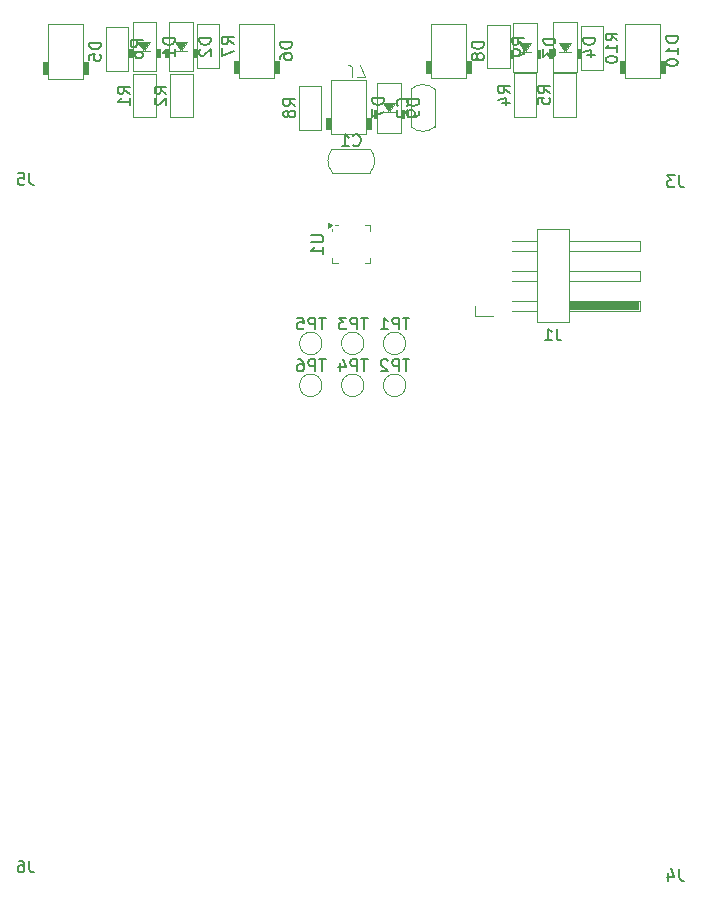
<source format=gbr>
%TF.GenerationSoftware,KiCad,Pcbnew,8.0.6-8.0.6-0~ubuntu24.04.1*%
%TF.CreationDate,2024-11-07T20:30:54+01:00*%
%TF.ProjectId,NIMH-battery-charger,4e494d48-2d62-4617-9474-6572792d6368,rev?*%
%TF.SameCoordinates,Original*%
%TF.FileFunction,Legend,Bot*%
%TF.FilePolarity,Positive*%
%FSLAX46Y46*%
G04 Gerber Fmt 4.6, Leading zero omitted, Abs format (unit mm)*
G04 Created by KiCad (PCBNEW 8.0.6-8.0.6-0~ubuntu24.04.1) date 2024-11-07 20:30:54*
%MOMM*%
%LPD*%
G01*
G04 APERTURE LIST*
%ADD10C,0.150000*%
%ADD11C,0.100000*%
%ADD12C,0.120000*%
%ADD13R,6.000000X0.760000*%
G04 APERTURE END LIST*
D10*
X121840319Y-53733333D02*
X121364128Y-53400000D01*
X121840319Y-53161905D02*
X120840319Y-53161905D01*
X120840319Y-53161905D02*
X120840319Y-53542857D01*
X120840319Y-53542857D02*
X120887938Y-53638095D01*
X120887938Y-53638095D02*
X120935557Y-53685714D01*
X120935557Y-53685714D02*
X121030795Y-53733333D01*
X121030795Y-53733333D02*
X121173652Y-53733333D01*
X121173652Y-53733333D02*
X121268890Y-53685714D01*
X121268890Y-53685714D02*
X121316509Y-53638095D01*
X121316509Y-53638095D02*
X121364128Y-53542857D01*
X121364128Y-53542857D02*
X121364128Y-53161905D01*
X120935557Y-54114286D02*
X120887938Y-54161905D01*
X120887938Y-54161905D02*
X120840319Y-54257143D01*
X120840319Y-54257143D02*
X120840319Y-54495238D01*
X120840319Y-54495238D02*
X120887938Y-54590476D01*
X120887938Y-54590476D02*
X120935557Y-54638095D01*
X120935557Y-54638095D02*
X121030795Y-54685714D01*
X121030795Y-54685714D02*
X121126033Y-54685714D01*
X121126033Y-54685714D02*
X121268890Y-54638095D01*
X121268890Y-54638095D02*
X121840319Y-54066667D01*
X121840319Y-54066667D02*
X121840319Y-54685714D01*
X118715319Y-53733333D02*
X118239128Y-53400000D01*
X118715319Y-53161905D02*
X117715319Y-53161905D01*
X117715319Y-53161905D02*
X117715319Y-53542857D01*
X117715319Y-53542857D02*
X117762938Y-53638095D01*
X117762938Y-53638095D02*
X117810557Y-53685714D01*
X117810557Y-53685714D02*
X117905795Y-53733333D01*
X117905795Y-53733333D02*
X118048652Y-53733333D01*
X118048652Y-53733333D02*
X118143890Y-53685714D01*
X118143890Y-53685714D02*
X118191509Y-53638095D01*
X118191509Y-53638095D02*
X118239128Y-53542857D01*
X118239128Y-53542857D02*
X118239128Y-53161905D01*
X118715319Y-54685714D02*
X118715319Y-54114286D01*
X118715319Y-54400000D02*
X117715319Y-54400000D01*
X117715319Y-54400000D02*
X117858176Y-54304762D01*
X117858176Y-54304762D02*
X117953414Y-54209524D01*
X117953414Y-54209524D02*
X118001033Y-54114286D01*
D11*
X137566666Y-52342580D02*
X137566666Y-51628295D01*
X137566666Y-51628295D02*
X137519047Y-51485438D01*
X137519047Y-51485438D02*
X137423809Y-51390200D01*
X137423809Y-51390200D02*
X137280952Y-51342580D01*
X137280952Y-51342580D02*
X137185714Y-51342580D01*
X137947619Y-52342580D02*
X138614285Y-52342580D01*
X138614285Y-52342580D02*
X138185714Y-51342580D01*
D10*
X140249819Y-54111905D02*
X139249819Y-54111905D01*
X139249819Y-54111905D02*
X139249819Y-54350000D01*
X139249819Y-54350000D02*
X139297438Y-54492857D01*
X139297438Y-54492857D02*
X139392676Y-54588095D01*
X139392676Y-54588095D02*
X139487914Y-54635714D01*
X139487914Y-54635714D02*
X139678390Y-54683333D01*
X139678390Y-54683333D02*
X139821247Y-54683333D01*
X139821247Y-54683333D02*
X140011723Y-54635714D01*
X140011723Y-54635714D02*
X140106961Y-54588095D01*
X140106961Y-54588095D02*
X140202200Y-54492857D01*
X140202200Y-54492857D02*
X140249819Y-54350000D01*
X140249819Y-54350000D02*
X140249819Y-54111905D01*
X139249819Y-55016667D02*
X139249819Y-55683333D01*
X139249819Y-55683333D02*
X140249819Y-55254762D01*
X138861904Y-72681819D02*
X138290476Y-72681819D01*
X138576190Y-73681819D02*
X138576190Y-72681819D01*
X137957142Y-73681819D02*
X137957142Y-72681819D01*
X137957142Y-72681819D02*
X137576190Y-72681819D01*
X137576190Y-72681819D02*
X137480952Y-72729438D01*
X137480952Y-72729438D02*
X137433333Y-72777057D01*
X137433333Y-72777057D02*
X137385714Y-72872295D01*
X137385714Y-72872295D02*
X137385714Y-73015152D01*
X137385714Y-73015152D02*
X137433333Y-73110390D01*
X137433333Y-73110390D02*
X137480952Y-73158009D01*
X137480952Y-73158009D02*
X137576190Y-73205628D01*
X137576190Y-73205628D02*
X137957142Y-73205628D01*
X137052380Y-72681819D02*
X136433333Y-72681819D01*
X136433333Y-72681819D02*
X136766666Y-73062771D01*
X136766666Y-73062771D02*
X136623809Y-73062771D01*
X136623809Y-73062771D02*
X136528571Y-73110390D01*
X136528571Y-73110390D02*
X136480952Y-73158009D01*
X136480952Y-73158009D02*
X136433333Y-73253247D01*
X136433333Y-73253247D02*
X136433333Y-73491342D01*
X136433333Y-73491342D02*
X136480952Y-73586580D01*
X136480952Y-73586580D02*
X136528571Y-73634200D01*
X136528571Y-73634200D02*
X136623809Y-73681819D01*
X136623809Y-73681819D02*
X136909523Y-73681819D01*
X136909523Y-73681819D02*
X137004761Y-73634200D01*
X137004761Y-73634200D02*
X137052380Y-73586580D01*
X132740319Y-54783333D02*
X132264128Y-54450000D01*
X132740319Y-54211905D02*
X131740319Y-54211905D01*
X131740319Y-54211905D02*
X131740319Y-54592857D01*
X131740319Y-54592857D02*
X131787938Y-54688095D01*
X131787938Y-54688095D02*
X131835557Y-54735714D01*
X131835557Y-54735714D02*
X131930795Y-54783333D01*
X131930795Y-54783333D02*
X132073652Y-54783333D01*
X132073652Y-54783333D02*
X132168890Y-54735714D01*
X132168890Y-54735714D02*
X132216509Y-54688095D01*
X132216509Y-54688095D02*
X132264128Y-54592857D01*
X132264128Y-54592857D02*
X132264128Y-54211905D01*
X132168890Y-55354762D02*
X132121271Y-55259524D01*
X132121271Y-55259524D02*
X132073652Y-55211905D01*
X132073652Y-55211905D02*
X131978414Y-55164286D01*
X131978414Y-55164286D02*
X131930795Y-55164286D01*
X131930795Y-55164286D02*
X131835557Y-55211905D01*
X131835557Y-55211905D02*
X131787938Y-55259524D01*
X131787938Y-55259524D02*
X131740319Y-55354762D01*
X131740319Y-55354762D02*
X131740319Y-55545238D01*
X131740319Y-55545238D02*
X131787938Y-55640476D01*
X131787938Y-55640476D02*
X131835557Y-55688095D01*
X131835557Y-55688095D02*
X131930795Y-55735714D01*
X131930795Y-55735714D02*
X131978414Y-55735714D01*
X131978414Y-55735714D02*
X132073652Y-55688095D01*
X132073652Y-55688095D02*
X132121271Y-55640476D01*
X132121271Y-55640476D02*
X132168890Y-55545238D01*
X132168890Y-55545238D02*
X132168890Y-55354762D01*
X132168890Y-55354762D02*
X132216509Y-55259524D01*
X132216509Y-55259524D02*
X132264128Y-55211905D01*
X132264128Y-55211905D02*
X132359366Y-55164286D01*
X132359366Y-55164286D02*
X132549842Y-55164286D01*
X132549842Y-55164286D02*
X132645080Y-55211905D01*
X132645080Y-55211905D02*
X132692700Y-55259524D01*
X132692700Y-55259524D02*
X132740319Y-55354762D01*
X132740319Y-55354762D02*
X132740319Y-55545238D01*
X132740319Y-55545238D02*
X132692700Y-55640476D01*
X132692700Y-55640476D02*
X132645080Y-55688095D01*
X132645080Y-55688095D02*
X132549842Y-55735714D01*
X132549842Y-55735714D02*
X132359366Y-55735714D01*
X132359366Y-55735714D02*
X132264128Y-55688095D01*
X132264128Y-55688095D02*
X132216509Y-55640476D01*
X132216509Y-55640476D02*
X132168890Y-55545238D01*
X154290319Y-53683333D02*
X153814128Y-53350000D01*
X154290319Y-53111905D02*
X153290319Y-53111905D01*
X153290319Y-53111905D02*
X153290319Y-53492857D01*
X153290319Y-53492857D02*
X153337938Y-53588095D01*
X153337938Y-53588095D02*
X153385557Y-53635714D01*
X153385557Y-53635714D02*
X153480795Y-53683333D01*
X153480795Y-53683333D02*
X153623652Y-53683333D01*
X153623652Y-53683333D02*
X153718890Y-53635714D01*
X153718890Y-53635714D02*
X153766509Y-53588095D01*
X153766509Y-53588095D02*
X153814128Y-53492857D01*
X153814128Y-53492857D02*
X153814128Y-53111905D01*
X153290319Y-54588095D02*
X153290319Y-54111905D01*
X153290319Y-54111905D02*
X153766509Y-54064286D01*
X153766509Y-54064286D02*
X153718890Y-54111905D01*
X153718890Y-54111905D02*
X153671271Y-54207143D01*
X153671271Y-54207143D02*
X153671271Y-54445238D01*
X153671271Y-54445238D02*
X153718890Y-54540476D01*
X153718890Y-54540476D02*
X153766509Y-54588095D01*
X153766509Y-54588095D02*
X153861747Y-54635714D01*
X153861747Y-54635714D02*
X154099842Y-54635714D01*
X154099842Y-54635714D02*
X154195080Y-54588095D01*
X154195080Y-54588095D02*
X154242700Y-54540476D01*
X154242700Y-54540476D02*
X154290319Y-54445238D01*
X154290319Y-54445238D02*
X154290319Y-54207143D01*
X154290319Y-54207143D02*
X154242700Y-54111905D01*
X154242700Y-54111905D02*
X154195080Y-54064286D01*
X137654166Y-58084580D02*
X137701785Y-58132200D01*
X137701785Y-58132200D02*
X137844642Y-58179819D01*
X137844642Y-58179819D02*
X137939880Y-58179819D01*
X137939880Y-58179819D02*
X138082737Y-58132200D01*
X138082737Y-58132200D02*
X138177975Y-58036961D01*
X138177975Y-58036961D02*
X138225594Y-57941723D01*
X138225594Y-57941723D02*
X138273213Y-57751247D01*
X138273213Y-57751247D02*
X138273213Y-57608390D01*
X138273213Y-57608390D02*
X138225594Y-57417914D01*
X138225594Y-57417914D02*
X138177975Y-57322676D01*
X138177975Y-57322676D02*
X138082737Y-57227438D01*
X138082737Y-57227438D02*
X137939880Y-57179819D01*
X137939880Y-57179819D02*
X137844642Y-57179819D01*
X137844642Y-57179819D02*
X137701785Y-57227438D01*
X137701785Y-57227438D02*
X137654166Y-57275057D01*
X136701785Y-58179819D02*
X137273213Y-58179819D01*
X136987499Y-58179819D02*
X136987499Y-57179819D01*
X136987499Y-57179819D02*
X137082737Y-57322676D01*
X137082737Y-57322676D02*
X137177975Y-57417914D01*
X137177975Y-57417914D02*
X137273213Y-57465533D01*
X119819319Y-49783333D02*
X119343128Y-49450000D01*
X119819319Y-49211905D02*
X118819319Y-49211905D01*
X118819319Y-49211905D02*
X118819319Y-49592857D01*
X118819319Y-49592857D02*
X118866938Y-49688095D01*
X118866938Y-49688095D02*
X118914557Y-49735714D01*
X118914557Y-49735714D02*
X119009795Y-49783333D01*
X119009795Y-49783333D02*
X119152652Y-49783333D01*
X119152652Y-49783333D02*
X119247890Y-49735714D01*
X119247890Y-49735714D02*
X119295509Y-49688095D01*
X119295509Y-49688095D02*
X119343128Y-49592857D01*
X119343128Y-49592857D02*
X119343128Y-49211905D01*
X118819319Y-50640476D02*
X118819319Y-50450000D01*
X118819319Y-50450000D02*
X118866938Y-50354762D01*
X118866938Y-50354762D02*
X118914557Y-50307143D01*
X118914557Y-50307143D02*
X119057414Y-50211905D01*
X119057414Y-50211905D02*
X119247890Y-50164286D01*
X119247890Y-50164286D02*
X119628842Y-50164286D01*
X119628842Y-50164286D02*
X119724080Y-50211905D01*
X119724080Y-50211905D02*
X119771700Y-50259524D01*
X119771700Y-50259524D02*
X119819319Y-50354762D01*
X119819319Y-50354762D02*
X119819319Y-50545238D01*
X119819319Y-50545238D02*
X119771700Y-50640476D01*
X119771700Y-50640476D02*
X119724080Y-50688095D01*
X119724080Y-50688095D02*
X119628842Y-50735714D01*
X119628842Y-50735714D02*
X119390747Y-50735714D01*
X119390747Y-50735714D02*
X119295509Y-50688095D01*
X119295509Y-50688095D02*
X119247890Y-50640476D01*
X119247890Y-50640476D02*
X119200271Y-50545238D01*
X119200271Y-50545238D02*
X119200271Y-50354762D01*
X119200271Y-50354762D02*
X119247890Y-50259524D01*
X119247890Y-50259524D02*
X119295509Y-50211905D01*
X119295509Y-50211905D02*
X119390747Y-50164286D01*
X122533819Y-49011905D02*
X121533819Y-49011905D01*
X121533819Y-49011905D02*
X121533819Y-49250000D01*
X121533819Y-49250000D02*
X121581438Y-49392857D01*
X121581438Y-49392857D02*
X121676676Y-49488095D01*
X121676676Y-49488095D02*
X121771914Y-49535714D01*
X121771914Y-49535714D02*
X121962390Y-49583333D01*
X121962390Y-49583333D02*
X122105247Y-49583333D01*
X122105247Y-49583333D02*
X122295723Y-49535714D01*
X122295723Y-49535714D02*
X122390961Y-49488095D01*
X122390961Y-49488095D02*
X122486200Y-49392857D01*
X122486200Y-49392857D02*
X122533819Y-49250000D01*
X122533819Y-49250000D02*
X122533819Y-49011905D01*
X122533819Y-50535714D02*
X122533819Y-49964286D01*
X122533819Y-50250000D02*
X121533819Y-50250000D01*
X121533819Y-50250000D02*
X121676676Y-50154762D01*
X121676676Y-50154762D02*
X121771914Y-50059524D01*
X121771914Y-50059524D02*
X121819533Y-49964286D01*
X154746319Y-49065405D02*
X153746319Y-49065405D01*
X153746319Y-49065405D02*
X153746319Y-49303500D01*
X153746319Y-49303500D02*
X153793938Y-49446357D01*
X153793938Y-49446357D02*
X153889176Y-49541595D01*
X153889176Y-49541595D02*
X153984414Y-49589214D01*
X153984414Y-49589214D02*
X154174890Y-49636833D01*
X154174890Y-49636833D02*
X154317747Y-49636833D01*
X154317747Y-49636833D02*
X154508223Y-49589214D01*
X154508223Y-49589214D02*
X154603461Y-49541595D01*
X154603461Y-49541595D02*
X154698700Y-49446357D01*
X154698700Y-49446357D02*
X154746319Y-49303500D01*
X154746319Y-49303500D02*
X154746319Y-49065405D01*
X153746319Y-49970167D02*
X153746319Y-50589214D01*
X153746319Y-50589214D02*
X154127271Y-50255881D01*
X154127271Y-50255881D02*
X154127271Y-50398738D01*
X154127271Y-50398738D02*
X154174890Y-50493976D01*
X154174890Y-50493976D02*
X154222509Y-50541595D01*
X154222509Y-50541595D02*
X154317747Y-50589214D01*
X154317747Y-50589214D02*
X154555842Y-50589214D01*
X154555842Y-50589214D02*
X154651080Y-50541595D01*
X154651080Y-50541595D02*
X154698700Y-50493976D01*
X154698700Y-50493976D02*
X154746319Y-50398738D01*
X154746319Y-50398738D02*
X154746319Y-50113024D01*
X154746319Y-50113024D02*
X154698700Y-50017786D01*
X154698700Y-50017786D02*
X154651080Y-49970167D01*
X165233333Y-60654819D02*
X165233333Y-61369104D01*
X165233333Y-61369104D02*
X165280952Y-61511961D01*
X165280952Y-61511961D02*
X165376190Y-61607200D01*
X165376190Y-61607200D02*
X165519047Y-61654819D01*
X165519047Y-61654819D02*
X165614285Y-61654819D01*
X164852380Y-60654819D02*
X164233333Y-60654819D01*
X164233333Y-60654819D02*
X164566666Y-61035771D01*
X164566666Y-61035771D02*
X164423809Y-61035771D01*
X164423809Y-61035771D02*
X164328571Y-61083390D01*
X164328571Y-61083390D02*
X164280952Y-61131009D01*
X164280952Y-61131009D02*
X164233333Y-61226247D01*
X164233333Y-61226247D02*
X164233333Y-61464342D01*
X164233333Y-61464342D02*
X164280952Y-61559580D01*
X164280952Y-61559580D02*
X164328571Y-61607200D01*
X164328571Y-61607200D02*
X164423809Y-61654819D01*
X164423809Y-61654819D02*
X164709523Y-61654819D01*
X164709523Y-61654819D02*
X164804761Y-61607200D01*
X164804761Y-61607200D02*
X164852380Y-61559580D01*
X132449819Y-49361905D02*
X131449819Y-49361905D01*
X131449819Y-49361905D02*
X131449819Y-49600000D01*
X131449819Y-49600000D02*
X131497438Y-49742857D01*
X131497438Y-49742857D02*
X131592676Y-49838095D01*
X131592676Y-49838095D02*
X131687914Y-49885714D01*
X131687914Y-49885714D02*
X131878390Y-49933333D01*
X131878390Y-49933333D02*
X132021247Y-49933333D01*
X132021247Y-49933333D02*
X132211723Y-49885714D01*
X132211723Y-49885714D02*
X132306961Y-49838095D01*
X132306961Y-49838095D02*
X132402200Y-49742857D01*
X132402200Y-49742857D02*
X132449819Y-49600000D01*
X132449819Y-49600000D02*
X132449819Y-49361905D01*
X131449819Y-50790476D02*
X131449819Y-50600000D01*
X131449819Y-50600000D02*
X131497438Y-50504762D01*
X131497438Y-50504762D02*
X131545057Y-50457143D01*
X131545057Y-50457143D02*
X131687914Y-50361905D01*
X131687914Y-50361905D02*
X131878390Y-50314286D01*
X131878390Y-50314286D02*
X132259342Y-50314286D01*
X132259342Y-50314286D02*
X132354580Y-50361905D01*
X132354580Y-50361905D02*
X132402200Y-50409524D01*
X132402200Y-50409524D02*
X132449819Y-50504762D01*
X132449819Y-50504762D02*
X132449819Y-50695238D01*
X132449819Y-50695238D02*
X132402200Y-50790476D01*
X132402200Y-50790476D02*
X132354580Y-50838095D01*
X132354580Y-50838095D02*
X132259342Y-50885714D01*
X132259342Y-50885714D02*
X132021247Y-50885714D01*
X132021247Y-50885714D02*
X131926009Y-50838095D01*
X131926009Y-50838095D02*
X131878390Y-50790476D01*
X131878390Y-50790476D02*
X131830771Y-50695238D01*
X131830771Y-50695238D02*
X131830771Y-50504762D01*
X131830771Y-50504762D02*
X131878390Y-50409524D01*
X131878390Y-50409524D02*
X131926009Y-50361905D01*
X131926009Y-50361905D02*
X132021247Y-50314286D01*
X110233333Y-60454819D02*
X110233333Y-61169104D01*
X110233333Y-61169104D02*
X110280952Y-61311961D01*
X110280952Y-61311961D02*
X110376190Y-61407200D01*
X110376190Y-61407200D02*
X110519047Y-61454819D01*
X110519047Y-61454819D02*
X110614285Y-61454819D01*
X109280952Y-60454819D02*
X109757142Y-60454819D01*
X109757142Y-60454819D02*
X109804761Y-60931009D01*
X109804761Y-60931009D02*
X109757142Y-60883390D01*
X109757142Y-60883390D02*
X109661904Y-60835771D01*
X109661904Y-60835771D02*
X109423809Y-60835771D01*
X109423809Y-60835771D02*
X109328571Y-60883390D01*
X109328571Y-60883390D02*
X109280952Y-60931009D01*
X109280952Y-60931009D02*
X109233333Y-61026247D01*
X109233333Y-61026247D02*
X109233333Y-61264342D01*
X109233333Y-61264342D02*
X109280952Y-61359580D01*
X109280952Y-61359580D02*
X109328571Y-61407200D01*
X109328571Y-61407200D02*
X109423809Y-61454819D01*
X109423809Y-61454819D02*
X109661904Y-61454819D01*
X109661904Y-61454819D02*
X109757142Y-61407200D01*
X109757142Y-61407200D02*
X109804761Y-61359580D01*
X150915319Y-53683333D02*
X150439128Y-53350000D01*
X150915319Y-53111905D02*
X149915319Y-53111905D01*
X149915319Y-53111905D02*
X149915319Y-53492857D01*
X149915319Y-53492857D02*
X149962938Y-53588095D01*
X149962938Y-53588095D02*
X150010557Y-53635714D01*
X150010557Y-53635714D02*
X150105795Y-53683333D01*
X150105795Y-53683333D02*
X150248652Y-53683333D01*
X150248652Y-53683333D02*
X150343890Y-53635714D01*
X150343890Y-53635714D02*
X150391509Y-53588095D01*
X150391509Y-53588095D02*
X150439128Y-53492857D01*
X150439128Y-53492857D02*
X150439128Y-53111905D01*
X150248652Y-54540476D02*
X150915319Y-54540476D01*
X149867700Y-54302381D02*
X150581985Y-54064286D01*
X150581985Y-54064286D02*
X150581985Y-54683333D01*
X142229580Y-54770833D02*
X142277200Y-54723214D01*
X142277200Y-54723214D02*
X142324819Y-54580357D01*
X142324819Y-54580357D02*
X142324819Y-54485119D01*
X142324819Y-54485119D02*
X142277200Y-54342262D01*
X142277200Y-54342262D02*
X142181961Y-54247024D01*
X142181961Y-54247024D02*
X142086723Y-54199405D01*
X142086723Y-54199405D02*
X141896247Y-54151786D01*
X141896247Y-54151786D02*
X141753390Y-54151786D01*
X141753390Y-54151786D02*
X141562914Y-54199405D01*
X141562914Y-54199405D02*
X141467676Y-54247024D01*
X141467676Y-54247024D02*
X141372438Y-54342262D01*
X141372438Y-54342262D02*
X141324819Y-54485119D01*
X141324819Y-54485119D02*
X141324819Y-54580357D01*
X141324819Y-54580357D02*
X141372438Y-54723214D01*
X141372438Y-54723214D02*
X141420057Y-54770833D01*
X141420057Y-55151786D02*
X141372438Y-55199405D01*
X141372438Y-55199405D02*
X141324819Y-55294643D01*
X141324819Y-55294643D02*
X141324819Y-55532738D01*
X141324819Y-55532738D02*
X141372438Y-55627976D01*
X141372438Y-55627976D02*
X141420057Y-55675595D01*
X141420057Y-55675595D02*
X141515295Y-55723214D01*
X141515295Y-55723214D02*
X141610533Y-55723214D01*
X141610533Y-55723214D02*
X141753390Y-55675595D01*
X141753390Y-55675595D02*
X142324819Y-55104167D01*
X142324819Y-55104167D02*
X142324819Y-55723214D01*
X165233333Y-119354819D02*
X165233333Y-120069104D01*
X165233333Y-120069104D02*
X165280952Y-120211961D01*
X165280952Y-120211961D02*
X165376190Y-120307200D01*
X165376190Y-120307200D02*
X165519047Y-120354819D01*
X165519047Y-120354819D02*
X165614285Y-120354819D01*
X164328571Y-119688152D02*
X164328571Y-120354819D01*
X164566666Y-119307200D02*
X164804761Y-120021485D01*
X164804761Y-120021485D02*
X164185714Y-120021485D01*
X116299819Y-49411905D02*
X115299819Y-49411905D01*
X115299819Y-49411905D02*
X115299819Y-49650000D01*
X115299819Y-49650000D02*
X115347438Y-49792857D01*
X115347438Y-49792857D02*
X115442676Y-49888095D01*
X115442676Y-49888095D02*
X115537914Y-49935714D01*
X115537914Y-49935714D02*
X115728390Y-49983333D01*
X115728390Y-49983333D02*
X115871247Y-49983333D01*
X115871247Y-49983333D02*
X116061723Y-49935714D01*
X116061723Y-49935714D02*
X116156961Y-49888095D01*
X116156961Y-49888095D02*
X116252200Y-49792857D01*
X116252200Y-49792857D02*
X116299819Y-49650000D01*
X116299819Y-49650000D02*
X116299819Y-49411905D01*
X115299819Y-50888095D02*
X115299819Y-50411905D01*
X115299819Y-50411905D02*
X115776009Y-50364286D01*
X115776009Y-50364286D02*
X115728390Y-50411905D01*
X115728390Y-50411905D02*
X115680771Y-50507143D01*
X115680771Y-50507143D02*
X115680771Y-50745238D01*
X115680771Y-50745238D02*
X115728390Y-50840476D01*
X115728390Y-50840476D02*
X115776009Y-50888095D01*
X115776009Y-50888095D02*
X115871247Y-50935714D01*
X115871247Y-50935714D02*
X116109342Y-50935714D01*
X116109342Y-50935714D02*
X116204580Y-50888095D01*
X116204580Y-50888095D02*
X116252200Y-50840476D01*
X116252200Y-50840476D02*
X116299819Y-50745238D01*
X116299819Y-50745238D02*
X116299819Y-50507143D01*
X116299819Y-50507143D02*
X116252200Y-50411905D01*
X116252200Y-50411905D02*
X116204580Y-50364286D01*
X143233819Y-54186905D02*
X142233819Y-54186905D01*
X142233819Y-54186905D02*
X142233819Y-54425000D01*
X142233819Y-54425000D02*
X142281438Y-54567857D01*
X142281438Y-54567857D02*
X142376676Y-54663095D01*
X142376676Y-54663095D02*
X142471914Y-54710714D01*
X142471914Y-54710714D02*
X142662390Y-54758333D01*
X142662390Y-54758333D02*
X142805247Y-54758333D01*
X142805247Y-54758333D02*
X142995723Y-54710714D01*
X142995723Y-54710714D02*
X143090961Y-54663095D01*
X143090961Y-54663095D02*
X143186200Y-54567857D01*
X143186200Y-54567857D02*
X143233819Y-54425000D01*
X143233819Y-54425000D02*
X143233819Y-54186905D01*
X143233819Y-55234524D02*
X143233819Y-55425000D01*
X143233819Y-55425000D02*
X143186200Y-55520238D01*
X143186200Y-55520238D02*
X143138580Y-55567857D01*
X143138580Y-55567857D02*
X142995723Y-55663095D01*
X142995723Y-55663095D02*
X142805247Y-55710714D01*
X142805247Y-55710714D02*
X142424295Y-55710714D01*
X142424295Y-55710714D02*
X142329057Y-55663095D01*
X142329057Y-55663095D02*
X142281438Y-55615476D01*
X142281438Y-55615476D02*
X142233819Y-55520238D01*
X142233819Y-55520238D02*
X142233819Y-55329762D01*
X142233819Y-55329762D02*
X142281438Y-55234524D01*
X142281438Y-55234524D02*
X142329057Y-55186905D01*
X142329057Y-55186905D02*
X142424295Y-55139286D01*
X142424295Y-55139286D02*
X142662390Y-55139286D01*
X142662390Y-55139286D02*
X142757628Y-55186905D01*
X142757628Y-55186905D02*
X142805247Y-55234524D01*
X142805247Y-55234524D02*
X142852866Y-55329762D01*
X142852866Y-55329762D02*
X142852866Y-55520238D01*
X142852866Y-55520238D02*
X142805247Y-55615476D01*
X142805247Y-55615476D02*
X142757628Y-55663095D01*
X142757628Y-55663095D02*
X142662390Y-55710714D01*
X148699819Y-49361905D02*
X147699819Y-49361905D01*
X147699819Y-49361905D02*
X147699819Y-49600000D01*
X147699819Y-49600000D02*
X147747438Y-49742857D01*
X147747438Y-49742857D02*
X147842676Y-49838095D01*
X147842676Y-49838095D02*
X147937914Y-49885714D01*
X147937914Y-49885714D02*
X148128390Y-49933333D01*
X148128390Y-49933333D02*
X148271247Y-49933333D01*
X148271247Y-49933333D02*
X148461723Y-49885714D01*
X148461723Y-49885714D02*
X148556961Y-49838095D01*
X148556961Y-49838095D02*
X148652200Y-49742857D01*
X148652200Y-49742857D02*
X148699819Y-49600000D01*
X148699819Y-49600000D02*
X148699819Y-49361905D01*
X148128390Y-50504762D02*
X148080771Y-50409524D01*
X148080771Y-50409524D02*
X148033152Y-50361905D01*
X148033152Y-50361905D02*
X147937914Y-50314286D01*
X147937914Y-50314286D02*
X147890295Y-50314286D01*
X147890295Y-50314286D02*
X147795057Y-50361905D01*
X147795057Y-50361905D02*
X147747438Y-50409524D01*
X147747438Y-50409524D02*
X147699819Y-50504762D01*
X147699819Y-50504762D02*
X147699819Y-50695238D01*
X147699819Y-50695238D02*
X147747438Y-50790476D01*
X147747438Y-50790476D02*
X147795057Y-50838095D01*
X147795057Y-50838095D02*
X147890295Y-50885714D01*
X147890295Y-50885714D02*
X147937914Y-50885714D01*
X147937914Y-50885714D02*
X148033152Y-50838095D01*
X148033152Y-50838095D02*
X148080771Y-50790476D01*
X148080771Y-50790476D02*
X148128390Y-50695238D01*
X148128390Y-50695238D02*
X148128390Y-50504762D01*
X148128390Y-50504762D02*
X148176009Y-50409524D01*
X148176009Y-50409524D02*
X148223628Y-50361905D01*
X148223628Y-50361905D02*
X148318866Y-50314286D01*
X148318866Y-50314286D02*
X148509342Y-50314286D01*
X148509342Y-50314286D02*
X148604580Y-50361905D01*
X148604580Y-50361905D02*
X148652200Y-50409524D01*
X148652200Y-50409524D02*
X148699819Y-50504762D01*
X148699819Y-50504762D02*
X148699819Y-50695238D01*
X148699819Y-50695238D02*
X148652200Y-50790476D01*
X148652200Y-50790476D02*
X148604580Y-50838095D01*
X148604580Y-50838095D02*
X148509342Y-50885714D01*
X148509342Y-50885714D02*
X148318866Y-50885714D01*
X148318866Y-50885714D02*
X148223628Y-50838095D01*
X148223628Y-50838095D02*
X148176009Y-50790476D01*
X148176009Y-50790476D02*
X148128390Y-50695238D01*
X138861904Y-76231819D02*
X138290476Y-76231819D01*
X138576190Y-77231819D02*
X138576190Y-76231819D01*
X137957142Y-77231819D02*
X137957142Y-76231819D01*
X137957142Y-76231819D02*
X137576190Y-76231819D01*
X137576190Y-76231819D02*
X137480952Y-76279438D01*
X137480952Y-76279438D02*
X137433333Y-76327057D01*
X137433333Y-76327057D02*
X137385714Y-76422295D01*
X137385714Y-76422295D02*
X137385714Y-76565152D01*
X137385714Y-76565152D02*
X137433333Y-76660390D01*
X137433333Y-76660390D02*
X137480952Y-76708009D01*
X137480952Y-76708009D02*
X137576190Y-76755628D01*
X137576190Y-76755628D02*
X137957142Y-76755628D01*
X136528571Y-76565152D02*
X136528571Y-77231819D01*
X136766666Y-76184200D02*
X137004761Y-76898485D01*
X137004761Y-76898485D02*
X136385714Y-76898485D01*
X134114819Y-65728095D02*
X134924342Y-65728095D01*
X134924342Y-65728095D02*
X135019580Y-65775714D01*
X135019580Y-65775714D02*
X135067200Y-65823333D01*
X135067200Y-65823333D02*
X135114819Y-65918571D01*
X135114819Y-65918571D02*
X135114819Y-66109047D01*
X135114819Y-66109047D02*
X135067200Y-66204285D01*
X135067200Y-66204285D02*
X135019580Y-66251904D01*
X135019580Y-66251904D02*
X134924342Y-66299523D01*
X134924342Y-66299523D02*
X134114819Y-66299523D01*
X135114819Y-67299523D02*
X135114819Y-66728095D01*
X135114819Y-67013809D02*
X134114819Y-67013809D01*
X134114819Y-67013809D02*
X134257676Y-66918571D01*
X134257676Y-66918571D02*
X134352914Y-66823333D01*
X134352914Y-66823333D02*
X134400533Y-66728095D01*
X135311904Y-76231819D02*
X134740476Y-76231819D01*
X135026190Y-77231819D02*
X135026190Y-76231819D01*
X134407142Y-77231819D02*
X134407142Y-76231819D01*
X134407142Y-76231819D02*
X134026190Y-76231819D01*
X134026190Y-76231819D02*
X133930952Y-76279438D01*
X133930952Y-76279438D02*
X133883333Y-76327057D01*
X133883333Y-76327057D02*
X133835714Y-76422295D01*
X133835714Y-76422295D02*
X133835714Y-76565152D01*
X133835714Y-76565152D02*
X133883333Y-76660390D01*
X133883333Y-76660390D02*
X133930952Y-76708009D01*
X133930952Y-76708009D02*
X134026190Y-76755628D01*
X134026190Y-76755628D02*
X134407142Y-76755628D01*
X132978571Y-76231819D02*
X133169047Y-76231819D01*
X133169047Y-76231819D02*
X133264285Y-76279438D01*
X133264285Y-76279438D02*
X133311904Y-76327057D01*
X133311904Y-76327057D02*
X133407142Y-76469914D01*
X133407142Y-76469914D02*
X133454761Y-76660390D01*
X133454761Y-76660390D02*
X133454761Y-77041342D01*
X133454761Y-77041342D02*
X133407142Y-77136580D01*
X133407142Y-77136580D02*
X133359523Y-77184200D01*
X133359523Y-77184200D02*
X133264285Y-77231819D01*
X133264285Y-77231819D02*
X133073809Y-77231819D01*
X133073809Y-77231819D02*
X132978571Y-77184200D01*
X132978571Y-77184200D02*
X132930952Y-77136580D01*
X132930952Y-77136580D02*
X132883333Y-77041342D01*
X132883333Y-77041342D02*
X132883333Y-76803247D01*
X132883333Y-76803247D02*
X132930952Y-76708009D01*
X132930952Y-76708009D02*
X132978571Y-76660390D01*
X132978571Y-76660390D02*
X133073809Y-76612771D01*
X133073809Y-76612771D02*
X133264285Y-76612771D01*
X133264285Y-76612771D02*
X133359523Y-76660390D01*
X133359523Y-76660390D02*
X133407142Y-76708009D01*
X133407142Y-76708009D02*
X133454761Y-76803247D01*
X125608819Y-49011905D02*
X124608819Y-49011905D01*
X124608819Y-49011905D02*
X124608819Y-49250000D01*
X124608819Y-49250000D02*
X124656438Y-49392857D01*
X124656438Y-49392857D02*
X124751676Y-49488095D01*
X124751676Y-49488095D02*
X124846914Y-49535714D01*
X124846914Y-49535714D02*
X125037390Y-49583333D01*
X125037390Y-49583333D02*
X125180247Y-49583333D01*
X125180247Y-49583333D02*
X125370723Y-49535714D01*
X125370723Y-49535714D02*
X125465961Y-49488095D01*
X125465961Y-49488095D02*
X125561200Y-49392857D01*
X125561200Y-49392857D02*
X125608819Y-49250000D01*
X125608819Y-49250000D02*
X125608819Y-49011905D01*
X124704057Y-49964286D02*
X124656438Y-50011905D01*
X124656438Y-50011905D02*
X124608819Y-50107143D01*
X124608819Y-50107143D02*
X124608819Y-50345238D01*
X124608819Y-50345238D02*
X124656438Y-50440476D01*
X124656438Y-50440476D02*
X124704057Y-50488095D01*
X124704057Y-50488095D02*
X124799295Y-50535714D01*
X124799295Y-50535714D02*
X124894533Y-50535714D01*
X124894533Y-50535714D02*
X125037390Y-50488095D01*
X125037390Y-50488095D02*
X125608819Y-49916667D01*
X125608819Y-49916667D02*
X125608819Y-50535714D01*
X110233333Y-118654819D02*
X110233333Y-119369104D01*
X110233333Y-119369104D02*
X110280952Y-119511961D01*
X110280952Y-119511961D02*
X110376190Y-119607200D01*
X110376190Y-119607200D02*
X110519047Y-119654819D01*
X110519047Y-119654819D02*
X110614285Y-119654819D01*
X109328571Y-118654819D02*
X109519047Y-118654819D01*
X109519047Y-118654819D02*
X109614285Y-118702438D01*
X109614285Y-118702438D02*
X109661904Y-118750057D01*
X109661904Y-118750057D02*
X109757142Y-118892914D01*
X109757142Y-118892914D02*
X109804761Y-119083390D01*
X109804761Y-119083390D02*
X109804761Y-119464342D01*
X109804761Y-119464342D02*
X109757142Y-119559580D01*
X109757142Y-119559580D02*
X109709523Y-119607200D01*
X109709523Y-119607200D02*
X109614285Y-119654819D01*
X109614285Y-119654819D02*
X109423809Y-119654819D01*
X109423809Y-119654819D02*
X109328571Y-119607200D01*
X109328571Y-119607200D02*
X109280952Y-119559580D01*
X109280952Y-119559580D02*
X109233333Y-119464342D01*
X109233333Y-119464342D02*
X109233333Y-119226247D01*
X109233333Y-119226247D02*
X109280952Y-119131009D01*
X109280952Y-119131009D02*
X109328571Y-119083390D01*
X109328571Y-119083390D02*
X109423809Y-119035771D01*
X109423809Y-119035771D02*
X109614285Y-119035771D01*
X109614285Y-119035771D02*
X109709523Y-119083390D01*
X109709523Y-119083390D02*
X109757142Y-119131009D01*
X109757142Y-119131009D02*
X109804761Y-119226247D01*
X152119319Y-49583333D02*
X151643128Y-49250000D01*
X152119319Y-49011905D02*
X151119319Y-49011905D01*
X151119319Y-49011905D02*
X151119319Y-49392857D01*
X151119319Y-49392857D02*
X151166938Y-49488095D01*
X151166938Y-49488095D02*
X151214557Y-49535714D01*
X151214557Y-49535714D02*
X151309795Y-49583333D01*
X151309795Y-49583333D02*
X151452652Y-49583333D01*
X151452652Y-49583333D02*
X151547890Y-49535714D01*
X151547890Y-49535714D02*
X151595509Y-49488095D01*
X151595509Y-49488095D02*
X151643128Y-49392857D01*
X151643128Y-49392857D02*
X151643128Y-49011905D01*
X152119319Y-50059524D02*
X152119319Y-50250000D01*
X152119319Y-50250000D02*
X152071700Y-50345238D01*
X152071700Y-50345238D02*
X152024080Y-50392857D01*
X152024080Y-50392857D02*
X151881223Y-50488095D01*
X151881223Y-50488095D02*
X151690747Y-50535714D01*
X151690747Y-50535714D02*
X151309795Y-50535714D01*
X151309795Y-50535714D02*
X151214557Y-50488095D01*
X151214557Y-50488095D02*
X151166938Y-50440476D01*
X151166938Y-50440476D02*
X151119319Y-50345238D01*
X151119319Y-50345238D02*
X151119319Y-50154762D01*
X151119319Y-50154762D02*
X151166938Y-50059524D01*
X151166938Y-50059524D02*
X151214557Y-50011905D01*
X151214557Y-50011905D02*
X151309795Y-49964286D01*
X151309795Y-49964286D02*
X151547890Y-49964286D01*
X151547890Y-49964286D02*
X151643128Y-50011905D01*
X151643128Y-50011905D02*
X151690747Y-50059524D01*
X151690747Y-50059524D02*
X151738366Y-50154762D01*
X151738366Y-50154762D02*
X151738366Y-50345238D01*
X151738366Y-50345238D02*
X151690747Y-50440476D01*
X151690747Y-50440476D02*
X151643128Y-50488095D01*
X151643128Y-50488095D02*
X151547890Y-50535714D01*
X165149819Y-48885714D02*
X164149819Y-48885714D01*
X164149819Y-48885714D02*
X164149819Y-49123809D01*
X164149819Y-49123809D02*
X164197438Y-49266666D01*
X164197438Y-49266666D02*
X164292676Y-49361904D01*
X164292676Y-49361904D02*
X164387914Y-49409523D01*
X164387914Y-49409523D02*
X164578390Y-49457142D01*
X164578390Y-49457142D02*
X164721247Y-49457142D01*
X164721247Y-49457142D02*
X164911723Y-49409523D01*
X164911723Y-49409523D02*
X165006961Y-49361904D01*
X165006961Y-49361904D02*
X165102200Y-49266666D01*
X165102200Y-49266666D02*
X165149819Y-49123809D01*
X165149819Y-49123809D02*
X165149819Y-48885714D01*
X165149819Y-50409523D02*
X165149819Y-49838095D01*
X165149819Y-50123809D02*
X164149819Y-50123809D01*
X164149819Y-50123809D02*
X164292676Y-50028571D01*
X164292676Y-50028571D02*
X164387914Y-49933333D01*
X164387914Y-49933333D02*
X164435533Y-49838095D01*
X164149819Y-51028571D02*
X164149819Y-51123809D01*
X164149819Y-51123809D02*
X164197438Y-51219047D01*
X164197438Y-51219047D02*
X164245057Y-51266666D01*
X164245057Y-51266666D02*
X164340295Y-51314285D01*
X164340295Y-51314285D02*
X164530771Y-51361904D01*
X164530771Y-51361904D02*
X164768866Y-51361904D01*
X164768866Y-51361904D02*
X164959342Y-51314285D01*
X164959342Y-51314285D02*
X165054580Y-51266666D01*
X165054580Y-51266666D02*
X165102200Y-51219047D01*
X165102200Y-51219047D02*
X165149819Y-51123809D01*
X165149819Y-51123809D02*
X165149819Y-51028571D01*
X165149819Y-51028571D02*
X165102200Y-50933333D01*
X165102200Y-50933333D02*
X165054580Y-50885714D01*
X165054580Y-50885714D02*
X164959342Y-50838095D01*
X164959342Y-50838095D02*
X164768866Y-50790476D01*
X164768866Y-50790476D02*
X164530771Y-50790476D01*
X164530771Y-50790476D02*
X164340295Y-50838095D01*
X164340295Y-50838095D02*
X164245057Y-50885714D01*
X164245057Y-50885714D02*
X164197438Y-50933333D01*
X164197438Y-50933333D02*
X164149819Y-51028571D01*
X158121319Y-49040405D02*
X157121319Y-49040405D01*
X157121319Y-49040405D02*
X157121319Y-49278500D01*
X157121319Y-49278500D02*
X157168938Y-49421357D01*
X157168938Y-49421357D02*
X157264176Y-49516595D01*
X157264176Y-49516595D02*
X157359414Y-49564214D01*
X157359414Y-49564214D02*
X157549890Y-49611833D01*
X157549890Y-49611833D02*
X157692747Y-49611833D01*
X157692747Y-49611833D02*
X157883223Y-49564214D01*
X157883223Y-49564214D02*
X157978461Y-49516595D01*
X157978461Y-49516595D02*
X158073700Y-49421357D01*
X158073700Y-49421357D02*
X158121319Y-49278500D01*
X158121319Y-49278500D02*
X158121319Y-49040405D01*
X157454652Y-50468976D02*
X158121319Y-50468976D01*
X157073700Y-50230881D02*
X157787985Y-49992786D01*
X157787985Y-49992786D02*
X157787985Y-50611833D01*
X142411904Y-72681819D02*
X141840476Y-72681819D01*
X142126190Y-73681819D02*
X142126190Y-72681819D01*
X141507142Y-73681819D02*
X141507142Y-72681819D01*
X141507142Y-72681819D02*
X141126190Y-72681819D01*
X141126190Y-72681819D02*
X141030952Y-72729438D01*
X141030952Y-72729438D02*
X140983333Y-72777057D01*
X140983333Y-72777057D02*
X140935714Y-72872295D01*
X140935714Y-72872295D02*
X140935714Y-73015152D01*
X140935714Y-73015152D02*
X140983333Y-73110390D01*
X140983333Y-73110390D02*
X141030952Y-73158009D01*
X141030952Y-73158009D02*
X141126190Y-73205628D01*
X141126190Y-73205628D02*
X141507142Y-73205628D01*
X139983333Y-73681819D02*
X140554761Y-73681819D01*
X140269047Y-73681819D02*
X140269047Y-72681819D01*
X140269047Y-72681819D02*
X140364285Y-72824676D01*
X140364285Y-72824676D02*
X140459523Y-72919914D01*
X140459523Y-72919914D02*
X140554761Y-72967533D01*
X135311904Y-72681819D02*
X134740476Y-72681819D01*
X135026190Y-73681819D02*
X135026190Y-72681819D01*
X134407142Y-73681819D02*
X134407142Y-72681819D01*
X134407142Y-72681819D02*
X134026190Y-72681819D01*
X134026190Y-72681819D02*
X133930952Y-72729438D01*
X133930952Y-72729438D02*
X133883333Y-72777057D01*
X133883333Y-72777057D02*
X133835714Y-72872295D01*
X133835714Y-72872295D02*
X133835714Y-73015152D01*
X133835714Y-73015152D02*
X133883333Y-73110390D01*
X133883333Y-73110390D02*
X133930952Y-73158009D01*
X133930952Y-73158009D02*
X134026190Y-73205628D01*
X134026190Y-73205628D02*
X134407142Y-73205628D01*
X132930952Y-72681819D02*
X133407142Y-72681819D01*
X133407142Y-72681819D02*
X133454761Y-73158009D01*
X133454761Y-73158009D02*
X133407142Y-73110390D01*
X133407142Y-73110390D02*
X133311904Y-73062771D01*
X133311904Y-73062771D02*
X133073809Y-73062771D01*
X133073809Y-73062771D02*
X132978571Y-73110390D01*
X132978571Y-73110390D02*
X132930952Y-73158009D01*
X132930952Y-73158009D02*
X132883333Y-73253247D01*
X132883333Y-73253247D02*
X132883333Y-73491342D01*
X132883333Y-73491342D02*
X132930952Y-73586580D01*
X132930952Y-73586580D02*
X132978571Y-73634200D01*
X132978571Y-73634200D02*
X133073809Y-73681819D01*
X133073809Y-73681819D02*
X133311904Y-73681819D01*
X133311904Y-73681819D02*
X133407142Y-73634200D01*
X133407142Y-73634200D02*
X133454761Y-73586580D01*
X127519319Y-49533333D02*
X127043128Y-49200000D01*
X127519319Y-48961905D02*
X126519319Y-48961905D01*
X126519319Y-48961905D02*
X126519319Y-49342857D01*
X126519319Y-49342857D02*
X126566938Y-49438095D01*
X126566938Y-49438095D02*
X126614557Y-49485714D01*
X126614557Y-49485714D02*
X126709795Y-49533333D01*
X126709795Y-49533333D02*
X126852652Y-49533333D01*
X126852652Y-49533333D02*
X126947890Y-49485714D01*
X126947890Y-49485714D02*
X126995509Y-49438095D01*
X126995509Y-49438095D02*
X127043128Y-49342857D01*
X127043128Y-49342857D02*
X127043128Y-48961905D01*
X126519319Y-49866667D02*
X126519319Y-50533333D01*
X126519319Y-50533333D02*
X127519319Y-50104762D01*
X142411904Y-76231819D02*
X141840476Y-76231819D01*
X142126190Y-77231819D02*
X142126190Y-76231819D01*
X141507142Y-77231819D02*
X141507142Y-76231819D01*
X141507142Y-76231819D02*
X141126190Y-76231819D01*
X141126190Y-76231819D02*
X141030952Y-76279438D01*
X141030952Y-76279438D02*
X140983333Y-76327057D01*
X140983333Y-76327057D02*
X140935714Y-76422295D01*
X140935714Y-76422295D02*
X140935714Y-76565152D01*
X140935714Y-76565152D02*
X140983333Y-76660390D01*
X140983333Y-76660390D02*
X141030952Y-76708009D01*
X141030952Y-76708009D02*
X141126190Y-76755628D01*
X141126190Y-76755628D02*
X141507142Y-76755628D01*
X140554761Y-76327057D02*
X140507142Y-76279438D01*
X140507142Y-76279438D02*
X140411904Y-76231819D01*
X140411904Y-76231819D02*
X140173809Y-76231819D01*
X140173809Y-76231819D02*
X140078571Y-76279438D01*
X140078571Y-76279438D02*
X140030952Y-76327057D01*
X140030952Y-76327057D02*
X139983333Y-76422295D01*
X139983333Y-76422295D02*
X139983333Y-76517533D01*
X139983333Y-76517533D02*
X140030952Y-76660390D01*
X140030952Y-76660390D02*
X140602380Y-77231819D01*
X140602380Y-77231819D02*
X139983333Y-77231819D01*
X160019319Y-49207142D02*
X159543128Y-48873809D01*
X160019319Y-48635714D02*
X159019319Y-48635714D01*
X159019319Y-48635714D02*
X159019319Y-49016666D01*
X159019319Y-49016666D02*
X159066938Y-49111904D01*
X159066938Y-49111904D02*
X159114557Y-49159523D01*
X159114557Y-49159523D02*
X159209795Y-49207142D01*
X159209795Y-49207142D02*
X159352652Y-49207142D01*
X159352652Y-49207142D02*
X159447890Y-49159523D01*
X159447890Y-49159523D02*
X159495509Y-49111904D01*
X159495509Y-49111904D02*
X159543128Y-49016666D01*
X159543128Y-49016666D02*
X159543128Y-48635714D01*
X160019319Y-50159523D02*
X160019319Y-49588095D01*
X160019319Y-49873809D02*
X159019319Y-49873809D01*
X159019319Y-49873809D02*
X159162176Y-49778571D01*
X159162176Y-49778571D02*
X159257414Y-49683333D01*
X159257414Y-49683333D02*
X159305033Y-49588095D01*
X159019319Y-50778571D02*
X159019319Y-50873809D01*
X159019319Y-50873809D02*
X159066938Y-50969047D01*
X159066938Y-50969047D02*
X159114557Y-51016666D01*
X159114557Y-51016666D02*
X159209795Y-51064285D01*
X159209795Y-51064285D02*
X159400271Y-51111904D01*
X159400271Y-51111904D02*
X159638366Y-51111904D01*
X159638366Y-51111904D02*
X159828842Y-51064285D01*
X159828842Y-51064285D02*
X159924080Y-51016666D01*
X159924080Y-51016666D02*
X159971700Y-50969047D01*
X159971700Y-50969047D02*
X160019319Y-50873809D01*
X160019319Y-50873809D02*
X160019319Y-50778571D01*
X160019319Y-50778571D02*
X159971700Y-50683333D01*
X159971700Y-50683333D02*
X159924080Y-50635714D01*
X159924080Y-50635714D02*
X159828842Y-50588095D01*
X159828842Y-50588095D02*
X159638366Y-50540476D01*
X159638366Y-50540476D02*
X159400271Y-50540476D01*
X159400271Y-50540476D02*
X159209795Y-50588095D01*
X159209795Y-50588095D02*
X159114557Y-50635714D01*
X159114557Y-50635714D02*
X159066938Y-50683333D01*
X159066938Y-50683333D02*
X159019319Y-50778571D01*
X154878333Y-73614819D02*
X154878333Y-74329104D01*
X154878333Y-74329104D02*
X154925952Y-74471961D01*
X154925952Y-74471961D02*
X155021190Y-74567200D01*
X155021190Y-74567200D02*
X155164047Y-74614819D01*
X155164047Y-74614819D02*
X155259285Y-74614819D01*
X153878333Y-74614819D02*
X154449761Y-74614819D01*
X154164047Y-74614819D02*
X154164047Y-73614819D01*
X154164047Y-73614819D02*
X154259285Y-73757676D01*
X154259285Y-73757676D02*
X154354523Y-73852914D01*
X154354523Y-73852914D02*
X154449761Y-73900533D01*
D12*
%TO.C,R2*%
X122147500Y-52058500D02*
X122147500Y-55741500D01*
X122147500Y-55741500D02*
X124052500Y-55741500D01*
X124052500Y-52058500D02*
X122147500Y-52058500D01*
X124052500Y-55741500D02*
X124052500Y-52058500D01*
%TO.C,R1*%
X119022500Y-52058500D02*
X119022500Y-55741500D01*
X119022500Y-55741500D02*
X120927500Y-55741500D01*
X120927500Y-52058500D02*
X119022500Y-52058500D01*
X120927500Y-55741500D02*
X120927500Y-52058500D01*
%TO.C,D7*%
X135750000Y-56750000D02*
X135350000Y-56750000D01*
X135350000Y-55750000D01*
X135750000Y-55750000D01*
X135750000Y-56750000D01*
G36*
X135750000Y-56750000D02*
G01*
X135350000Y-56750000D01*
X135350000Y-55750000D01*
X135750000Y-55750000D01*
X135750000Y-56750000D01*
G37*
X138750000Y-57150000D02*
X135750000Y-57150000D01*
X135750000Y-52550000D01*
X138750000Y-52550000D01*
X138750000Y-57150000D01*
X139150000Y-56750000D02*
X138750000Y-56750000D01*
X138750000Y-55750000D01*
X139150000Y-55750000D01*
X139150000Y-56750000D01*
G36*
X139150000Y-56750000D02*
G01*
X138750000Y-56750000D01*
X138750000Y-55750000D01*
X139150000Y-55750000D01*
X139150000Y-56750000D01*
G37*
%TO.C,TP3*%
X138550000Y-74875000D02*
G75*
G02*
X136650000Y-74875000I-950000J0D01*
G01*
X136650000Y-74875000D02*
G75*
G02*
X138550000Y-74875000I950000J0D01*
G01*
%TO.C,R8*%
X133047500Y-53108500D02*
X133047500Y-56791500D01*
X133047500Y-56791500D02*
X134952500Y-56791500D01*
X134952500Y-53108500D02*
X133047500Y-53108500D01*
X134952500Y-56791500D02*
X134952500Y-53108500D01*
%TO.C,R5*%
X154597500Y-52008500D02*
X154597500Y-55691500D01*
X154597500Y-55691500D02*
X156502500Y-55691500D01*
X156502500Y-52008500D02*
X154597500Y-52008500D01*
X156502500Y-55691500D02*
X156502500Y-52008500D01*
%TO.C,C1*%
X135887500Y-60405000D02*
X139087500Y-60405000D01*
X139087500Y-58405000D02*
X135887500Y-58405000D01*
X135887500Y-60405000D02*
G75*
G02*
X135887500Y-58405000I1122254J1000000D01*
G01*
X139087500Y-58405000D02*
G75*
G02*
X139087500Y-60405000I-1122254J-1000000D01*
G01*
%TO.C,R6*%
X116697500Y-48108500D02*
X116697500Y-51791500D01*
X116697500Y-51791500D02*
X118602500Y-51791500D01*
X118602500Y-48108500D02*
X116697500Y-48108500D01*
X118602500Y-51791500D02*
X118602500Y-48108500D01*
%TO.C,D1*%
X118975000Y-47650000D02*
X118975000Y-51850000D01*
X118975000Y-51850000D02*
X120975000Y-51850000D01*
X119467000Y-50131000D02*
X120483000Y-50131000D01*
X120975000Y-47650000D02*
X118975000Y-47650000D01*
X120975000Y-51850000D02*
X120975000Y-47650000D01*
D11*
X119975000Y-50131000D02*
X119467000Y-49369000D01*
X120483000Y-49369000D01*
X119975000Y-50131000D01*
G36*
X119975000Y-50131000D02*
G01*
X119467000Y-49369000D01*
X120483000Y-49369000D01*
X119975000Y-50131000D01*
G37*
X118975000Y-50650000D02*
X118675000Y-50650000D01*
X118675000Y-49951500D01*
X118975000Y-49951500D01*
X118975000Y-50650000D01*
G36*
X118975000Y-50650000D02*
G01*
X118675000Y-50650000D01*
X118675000Y-49951500D01*
X118975000Y-49951500D01*
X118975000Y-50650000D01*
G37*
X121275000Y-50650000D02*
X120975000Y-50650000D01*
X120975000Y-49951500D01*
X121275000Y-49951500D01*
X121275000Y-50650000D01*
G36*
X121275000Y-50650000D02*
G01*
X120975000Y-50650000D01*
X120975000Y-49951500D01*
X121275000Y-49951500D01*
X121275000Y-50650000D01*
G37*
D12*
%TO.C,D3*%
X151187500Y-47703500D02*
X151187500Y-51903500D01*
X151187500Y-51903500D02*
X153187500Y-51903500D01*
X151679500Y-50184500D02*
X152695500Y-50184500D01*
X153187500Y-47703500D02*
X151187500Y-47703500D01*
X153187500Y-51903500D02*
X153187500Y-47703500D01*
D11*
X152187500Y-50184500D02*
X151679500Y-49422500D01*
X152695500Y-49422500D01*
X152187500Y-50184500D01*
G36*
X152187500Y-50184500D02*
G01*
X151679500Y-49422500D01*
X152695500Y-49422500D01*
X152187500Y-50184500D01*
G37*
X151187500Y-50703500D02*
X150887500Y-50703500D01*
X150887500Y-50005000D01*
X151187500Y-50005000D01*
X151187500Y-50703500D01*
G36*
X151187500Y-50703500D02*
G01*
X150887500Y-50703500D01*
X150887500Y-50005000D01*
X151187500Y-50005000D01*
X151187500Y-50703500D01*
G37*
X153487500Y-50703500D02*
X153187500Y-50703500D01*
X153187500Y-50005000D01*
X153487500Y-50005000D01*
X153487500Y-50703500D01*
G36*
X153487500Y-50703500D02*
G01*
X153187500Y-50703500D01*
X153187500Y-50005000D01*
X153487500Y-50005000D01*
X153487500Y-50703500D01*
G37*
%TO.C,D6*%
D12*
X127950000Y-52000000D02*
X127550000Y-52000000D01*
X127550000Y-51000000D01*
X127950000Y-51000000D01*
X127950000Y-52000000D01*
G36*
X127950000Y-52000000D02*
G01*
X127550000Y-52000000D01*
X127550000Y-51000000D01*
X127950000Y-51000000D01*
X127950000Y-52000000D01*
G37*
X130950000Y-52400000D02*
X127950000Y-52400000D01*
X127950000Y-47800000D01*
X130950000Y-47800000D01*
X130950000Y-52400000D01*
X131350000Y-52000000D02*
X130950000Y-52000000D01*
X130950000Y-51000000D01*
X131350000Y-51000000D01*
X131350000Y-52000000D01*
G36*
X131350000Y-52000000D02*
G01*
X130950000Y-52000000D01*
X130950000Y-51000000D01*
X131350000Y-51000000D01*
X131350000Y-52000000D01*
G37*
%TO.C,R4*%
X151222500Y-52008500D02*
X151222500Y-55691500D01*
X151222500Y-55691500D02*
X153127500Y-55691500D01*
X153127500Y-52008500D02*
X151222500Y-52008500D01*
X153127500Y-55691500D02*
X153127500Y-52008500D01*
%TO.C,C2*%
X142550000Y-53337500D02*
X142550000Y-56537500D01*
X144550000Y-56537500D02*
X144550000Y-53337500D01*
X142550000Y-53337500D02*
G75*
G02*
X144550000Y-53337500I1000000J-1122254D01*
G01*
X144550000Y-56537500D02*
G75*
G02*
X142550000Y-56537500I-1000000J1122254D01*
G01*
%TO.C,D5*%
X111800000Y-52050000D02*
X111400000Y-52050000D01*
X111400000Y-51050000D01*
X111800000Y-51050000D01*
X111800000Y-52050000D01*
G36*
X111800000Y-52050000D02*
G01*
X111400000Y-52050000D01*
X111400000Y-51050000D01*
X111800000Y-51050000D01*
X111800000Y-52050000D01*
G37*
X114800000Y-52450000D02*
X111800000Y-52450000D01*
X111800000Y-47850000D01*
X114800000Y-47850000D01*
X114800000Y-52450000D01*
X115200000Y-52050000D02*
X114800000Y-52050000D01*
X114800000Y-51050000D01*
X115200000Y-51050000D01*
X115200000Y-52050000D01*
G36*
X115200000Y-52050000D02*
G01*
X114800000Y-52050000D01*
X114800000Y-51050000D01*
X115200000Y-51050000D01*
X115200000Y-52050000D01*
G37*
%TO.C,D9*%
X139675000Y-52825000D02*
X139675000Y-57025000D01*
X139675000Y-57025000D02*
X141675000Y-57025000D01*
X140167000Y-55306000D02*
X141183000Y-55306000D01*
X141675000Y-52825000D02*
X139675000Y-52825000D01*
X141675000Y-57025000D02*
X141675000Y-52825000D01*
D11*
X140675000Y-55306000D02*
X140167000Y-54544000D01*
X141183000Y-54544000D01*
X140675000Y-55306000D01*
G36*
X140675000Y-55306000D02*
G01*
X140167000Y-54544000D01*
X141183000Y-54544000D01*
X140675000Y-55306000D01*
G37*
X139675000Y-55825000D02*
X139375000Y-55825000D01*
X139375000Y-55126500D01*
X139675000Y-55126500D01*
X139675000Y-55825000D01*
G36*
X139675000Y-55825000D02*
G01*
X139375000Y-55825000D01*
X139375000Y-55126500D01*
X139675000Y-55126500D01*
X139675000Y-55825000D01*
G37*
X141975000Y-55825000D02*
X141675000Y-55825000D01*
X141675000Y-55126500D01*
X141975000Y-55126500D01*
X141975000Y-55825000D01*
G36*
X141975000Y-55825000D02*
G01*
X141675000Y-55825000D01*
X141675000Y-55126500D01*
X141975000Y-55126500D01*
X141975000Y-55825000D01*
G37*
%TO.C,D8*%
D12*
X144200000Y-52000000D02*
X143800000Y-52000000D01*
X143800000Y-51000000D01*
X144200000Y-51000000D01*
X144200000Y-52000000D01*
G36*
X144200000Y-52000000D02*
G01*
X143800000Y-52000000D01*
X143800000Y-51000000D01*
X144200000Y-51000000D01*
X144200000Y-52000000D01*
G37*
X147200000Y-52400000D02*
X144200000Y-52400000D01*
X144200000Y-47800000D01*
X147200000Y-47800000D01*
X147200000Y-52400000D01*
X147600000Y-52000000D02*
X147200000Y-52000000D01*
X147200000Y-51000000D01*
X147600000Y-51000000D01*
X147600000Y-52000000D01*
G36*
X147600000Y-52000000D02*
G01*
X147200000Y-52000000D01*
X147200000Y-51000000D01*
X147600000Y-51000000D01*
X147600000Y-52000000D01*
G37*
%TO.C,TP4*%
X138550000Y-78425000D02*
G75*
G02*
X136650000Y-78425000I-950000J0D01*
G01*
X136650000Y-78425000D02*
G75*
G02*
X138550000Y-78425000I950000J0D01*
G01*
%TO.C,U1*%
X135880000Y-65180000D02*
X135880000Y-65330000D01*
X135880000Y-68100000D02*
X135880000Y-67650000D01*
X136120000Y-64880000D02*
X136330000Y-64880000D01*
X136330000Y-68100000D02*
X135880000Y-68100000D01*
X138650000Y-64880000D02*
X139100000Y-64880000D01*
X138650000Y-68100000D02*
X139100000Y-68100000D01*
X139100000Y-64880000D02*
X139100000Y-65330000D01*
X139100000Y-68100000D02*
X139100000Y-67650000D01*
X135880000Y-64880000D02*
X135550000Y-65120000D01*
X135550000Y-64640000D01*
X135880000Y-64880000D01*
G36*
X135880000Y-64880000D02*
G01*
X135550000Y-65120000D01*
X135550000Y-64640000D01*
X135880000Y-64880000D01*
G37*
%TO.C,TP6*%
X135000000Y-78425000D02*
G75*
G02*
X133100000Y-78425000I-950000J0D01*
G01*
X133100000Y-78425000D02*
G75*
G02*
X135000000Y-78425000I950000J0D01*
G01*
%TO.C,D2*%
X122050000Y-47650000D02*
X122050000Y-51850000D01*
X122050000Y-51850000D02*
X124050000Y-51850000D01*
X122542000Y-50131000D02*
X123558000Y-50131000D01*
X124050000Y-47650000D02*
X122050000Y-47650000D01*
X124050000Y-51850000D02*
X124050000Y-47650000D01*
D11*
X123050000Y-50131000D02*
X122542000Y-49369000D01*
X123558000Y-49369000D01*
X123050000Y-50131000D01*
G36*
X123050000Y-50131000D02*
G01*
X122542000Y-49369000D01*
X123558000Y-49369000D01*
X123050000Y-50131000D01*
G37*
X122050000Y-50650000D02*
X121750000Y-50650000D01*
X121750000Y-49951500D01*
X122050000Y-49951500D01*
X122050000Y-50650000D01*
G36*
X122050000Y-50650000D02*
G01*
X121750000Y-50650000D01*
X121750000Y-49951500D01*
X122050000Y-49951500D01*
X122050000Y-50650000D01*
G37*
X124350000Y-50650000D02*
X124050000Y-50650000D01*
X124050000Y-49951500D01*
X124350000Y-49951500D01*
X124350000Y-50650000D01*
G36*
X124350000Y-50650000D02*
G01*
X124050000Y-50650000D01*
X124050000Y-49951500D01*
X124350000Y-49951500D01*
X124350000Y-50650000D01*
G37*
D12*
%TO.C,R9*%
X148997500Y-47908500D02*
X148997500Y-51591500D01*
X148997500Y-51591500D02*
X150902500Y-51591500D01*
X150902500Y-47908500D02*
X148997500Y-47908500D01*
X150902500Y-51591500D02*
X150902500Y-47908500D01*
%TO.C,D10*%
X160650000Y-52000000D02*
X160250000Y-52000000D01*
X160250000Y-51000000D01*
X160650000Y-51000000D01*
X160650000Y-52000000D01*
G36*
X160650000Y-52000000D02*
G01*
X160250000Y-52000000D01*
X160250000Y-51000000D01*
X160650000Y-51000000D01*
X160650000Y-52000000D01*
G37*
X163650000Y-52400000D02*
X160650000Y-52400000D01*
X160650000Y-47800000D01*
X163650000Y-47800000D01*
X163650000Y-52400000D01*
X164050000Y-52000000D02*
X163650000Y-52000000D01*
X163650000Y-51000000D01*
X164050000Y-51000000D01*
X164050000Y-52000000D01*
G36*
X164050000Y-52000000D02*
G01*
X163650000Y-52000000D01*
X163650000Y-51000000D01*
X164050000Y-51000000D01*
X164050000Y-52000000D01*
G37*
%TO.C,D4*%
X154562500Y-47678500D02*
X154562500Y-51878500D01*
X154562500Y-51878500D02*
X156562500Y-51878500D01*
X155054500Y-50159500D02*
X156070500Y-50159500D01*
X156562500Y-47678500D02*
X154562500Y-47678500D01*
X156562500Y-51878500D02*
X156562500Y-47678500D01*
D11*
X155562500Y-50159500D02*
X155054500Y-49397500D01*
X156070500Y-49397500D01*
X155562500Y-50159500D01*
G36*
X155562500Y-50159500D02*
G01*
X155054500Y-49397500D01*
X156070500Y-49397500D01*
X155562500Y-50159500D01*
G37*
X154562500Y-50678500D02*
X154262500Y-50678500D01*
X154262500Y-49980000D01*
X154562500Y-49980000D01*
X154562500Y-50678500D01*
G36*
X154562500Y-50678500D02*
G01*
X154262500Y-50678500D01*
X154262500Y-49980000D01*
X154562500Y-49980000D01*
X154562500Y-50678500D01*
G37*
X156862500Y-50678500D02*
X156562500Y-50678500D01*
X156562500Y-49980000D01*
X156862500Y-49980000D01*
X156862500Y-50678500D01*
G36*
X156862500Y-50678500D02*
G01*
X156562500Y-50678500D01*
X156562500Y-49980000D01*
X156862500Y-49980000D01*
X156862500Y-50678500D01*
G37*
D12*
%TO.C,TP1*%
X142100000Y-74875000D02*
G75*
G02*
X140200000Y-74875000I-950000J0D01*
G01*
X140200000Y-74875000D02*
G75*
G02*
X142100000Y-74875000I950000J0D01*
G01*
%TO.C,TP5*%
X135000000Y-74875000D02*
G75*
G02*
X133100000Y-74875000I-950000J0D01*
G01*
X133100000Y-74875000D02*
G75*
G02*
X135000000Y-74875000I950000J0D01*
G01*
%TO.C,R7*%
X124397500Y-47858500D02*
X124397500Y-51541500D01*
X124397500Y-51541500D02*
X126302500Y-51541500D01*
X126302500Y-47858500D02*
X124397500Y-47858500D01*
X126302500Y-51541500D02*
X126302500Y-47858500D01*
%TO.C,TP2*%
X142100000Y-78425000D02*
G75*
G02*
X140200000Y-78425000I-950000J0D01*
G01*
X140200000Y-78425000D02*
G75*
G02*
X142100000Y-78425000I950000J0D01*
G01*
%TO.C,R10*%
X156897500Y-48008500D02*
X156897500Y-51691500D01*
X156897500Y-51691500D02*
X158802500Y-51691500D01*
X158802500Y-48008500D02*
X156897500Y-48008500D01*
X158802500Y-51691500D02*
X158802500Y-48008500D01*
%TO.C,J1*%
X147930000Y-72510000D02*
X147930000Y-71690000D01*
X149500000Y-72510000D02*
X147930000Y-72510000D01*
X153180000Y-65220000D02*
X155920000Y-65220000D01*
X153180000Y-66170000D02*
X151070000Y-66170000D01*
X153180000Y-67050000D02*
X151070000Y-67050000D01*
X153180000Y-68710000D02*
X151070000Y-68710000D01*
X153180000Y-69590000D02*
X151070000Y-69590000D01*
X153180000Y-71250000D02*
X151070000Y-71250000D01*
X153180000Y-72130000D02*
X151070000Y-72130000D01*
X153180000Y-73080000D02*
X153180000Y-65220000D01*
X155920000Y-65220000D02*
X155920000Y-73080000D01*
X155920000Y-66170000D02*
X161920000Y-66170000D01*
X155920000Y-68710000D02*
X161920000Y-68710000D01*
X155920000Y-71250000D02*
X161920000Y-71250000D01*
X155920000Y-73080000D02*
X153180000Y-73080000D01*
X161920000Y-66170000D02*
X161920000Y-67050000D01*
X161920000Y-67050000D02*
X155920000Y-67050000D01*
X161920000Y-68710000D02*
X161920000Y-69590000D01*
X161920000Y-69590000D02*
X155920000Y-69590000D01*
X161920000Y-71250000D02*
X161920000Y-72130000D01*
X161920000Y-72130000D02*
X155920000Y-72130000D01*
%TD*%
D13*
%TO.C,J1*%
X158920000Y-71690000D03*
%TD*%
M02*

</source>
